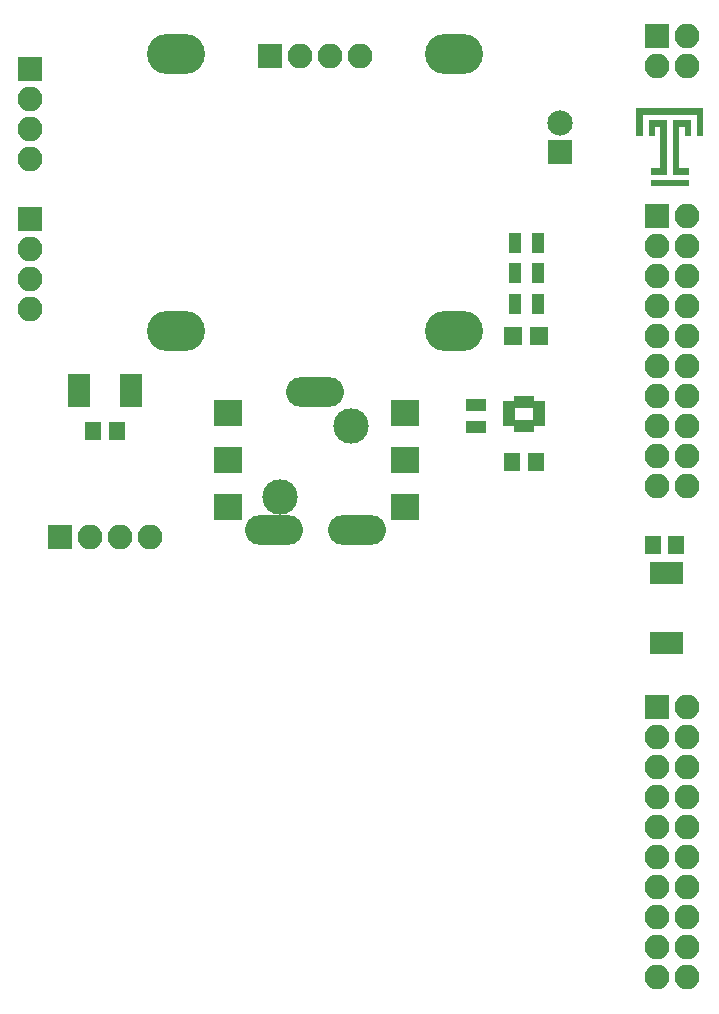
<source format=gbr>
G04 #@! TF.GenerationSoftware,KiCad,Pcbnew,(5.0.0)*
G04 #@! TF.CreationDate,2019-01-20T19:44:52-05:00*
G04 #@! TF.ProjectId,AVR_LCD 2.0,4156525F4C434420322E302E6B696361,rev?*
G04 #@! TF.SameCoordinates,Original*
G04 #@! TF.FileFunction,Soldermask,Top*
G04 #@! TF.FilePolarity,Negative*
%FSLAX46Y46*%
G04 Gerber Fmt 4.6, Leading zero omitted, Abs format (unit mm)*
G04 Created by KiCad (PCBNEW (5.0.0)) date 01/20/19 19:44:52*
%MOMM*%
%LPD*%
G01*
G04 APERTURE LIST*
%ADD10C,0.010000*%
%ADD11O,2.100000X2.100000*%
%ADD12R,2.100000X2.100000*%
%ADD13R,1.400000X1.650000*%
%ADD14R,1.600000X1.600000*%
%ADD15C,2.150000*%
%ADD16R,2.150000X2.150000*%
%ADD17R,1.700000X1.100000*%
%ADD18R,1.100000X1.700000*%
%ADD19R,1.075000X0.650000*%
%ADD20R,0.650000X1.075000*%
%ADD21O,4.900000X3.400000*%
%ADD22R,0.850000X1.850000*%
%ADD23C,3.000000*%
%ADD24O,4.900000X2.500000*%
%ADD25R,2.400000X2.300000*%
%ADD26R,1.850000X0.850000*%
G04 APERTURE END LIST*
D10*
G04 #@! TO.C,G\002A\002A\002A*
G36*
X115108600Y-63485977D02*
X114886350Y-63478638D01*
X114664100Y-63471300D01*
X114650750Y-61680600D01*
X110028600Y-61680600D01*
X110028600Y-63509400D01*
X109546000Y-63509400D01*
X109546000Y-61223400D01*
X115108600Y-61223400D01*
X115108600Y-63485977D01*
X115108600Y-63485977D01*
G37*
X115108600Y-63485977D02*
X114886350Y-63478638D01*
X114664100Y-63471300D01*
X114650750Y-61680600D01*
X110028600Y-61680600D01*
X110028600Y-63509400D01*
X109546000Y-63509400D01*
X109546000Y-61223400D01*
X115108600Y-61223400D01*
X115108600Y-63485977D01*
G36*
X114118000Y-63484000D02*
X113635400Y-63484000D01*
X113635400Y-62722000D01*
X113102000Y-62722000D01*
X113102000Y-66303400D01*
X113502050Y-66303341D01*
X113902100Y-66303283D01*
X113893947Y-66531941D01*
X113885794Y-66760600D01*
X112619400Y-66760600D01*
X112619400Y-62239400D01*
X114118000Y-62239400D01*
X114118000Y-63484000D01*
X114118000Y-63484000D01*
G37*
X114118000Y-63484000D02*
X113635400Y-63484000D01*
X113635400Y-62722000D01*
X113102000Y-62722000D01*
X113102000Y-66303400D01*
X113502050Y-66303341D01*
X113902100Y-66303283D01*
X113893947Y-66531941D01*
X113885794Y-66760600D01*
X112619400Y-66760600D01*
X112619400Y-62239400D01*
X114118000Y-62239400D01*
X114118000Y-63484000D01*
G36*
X112060600Y-66760600D02*
X110790600Y-66760600D01*
X110790600Y-66303400D01*
X111184300Y-66303400D01*
X111342782Y-66302352D01*
X111455965Y-66298918D01*
X111529315Y-66292655D01*
X111568296Y-66283125D01*
X111578508Y-66271650D01*
X111578557Y-66243664D01*
X111578593Y-66169885D01*
X111578619Y-66055322D01*
X111578633Y-65904981D01*
X111578638Y-65723869D01*
X111578634Y-65516995D01*
X111578621Y-65289366D01*
X111578600Y-65045989D01*
X111578572Y-64791871D01*
X111578537Y-64532020D01*
X111578496Y-64271444D01*
X111578451Y-64015150D01*
X111578401Y-63768145D01*
X111578347Y-63535437D01*
X111578290Y-63322033D01*
X111578231Y-63132941D01*
X111578170Y-62973167D01*
X111578109Y-62847721D01*
X111578046Y-62761609D01*
X111578024Y-62741050D01*
X111554368Y-62733220D01*
X111490424Y-62726952D01*
X111396701Y-62722996D01*
X111311961Y-62722000D01*
X111045923Y-62722000D01*
X111038911Y-63109350D01*
X111031900Y-63496700D01*
X110803300Y-63494955D01*
X110574700Y-63493211D01*
X110574700Y-62252100D01*
X112060600Y-62238632D01*
X112060600Y-66760600D01*
X112060600Y-66760600D01*
G37*
X112060600Y-66760600D02*
X110790600Y-66760600D01*
X110790600Y-66303400D01*
X111184300Y-66303400D01*
X111342782Y-66302352D01*
X111455965Y-66298918D01*
X111529315Y-66292655D01*
X111568296Y-66283125D01*
X111578508Y-66271650D01*
X111578557Y-66243664D01*
X111578593Y-66169885D01*
X111578619Y-66055322D01*
X111578633Y-65904981D01*
X111578638Y-65723869D01*
X111578634Y-65516995D01*
X111578621Y-65289366D01*
X111578600Y-65045989D01*
X111578572Y-64791871D01*
X111578537Y-64532020D01*
X111578496Y-64271444D01*
X111578451Y-64015150D01*
X111578401Y-63768145D01*
X111578347Y-63535437D01*
X111578290Y-63322033D01*
X111578231Y-63132941D01*
X111578170Y-62973167D01*
X111578109Y-62847721D01*
X111578046Y-62761609D01*
X111578024Y-62741050D01*
X111554368Y-62733220D01*
X111490424Y-62726952D01*
X111396701Y-62722996D01*
X111311961Y-62722000D01*
X111045923Y-62722000D01*
X111038911Y-63109350D01*
X111031900Y-63496700D01*
X110803300Y-63494955D01*
X110574700Y-63493211D01*
X110574700Y-62252100D01*
X112060600Y-62238632D01*
X112060600Y-66760600D01*
G36*
X112342154Y-67300154D02*
X113893709Y-67306700D01*
X113897904Y-67528958D01*
X113902100Y-67751217D01*
X112346350Y-67751208D01*
X110790600Y-67751200D01*
X110790600Y-67293609D01*
X112342154Y-67300154D01*
X112342154Y-67300154D01*
G37*
X112342154Y-67300154D02*
X113893709Y-67306700D01*
X113897904Y-67528958D01*
X113902100Y-67751217D01*
X112346350Y-67751208D01*
X110790600Y-67751200D01*
X110790600Y-67293609D01*
X112342154Y-67300154D01*
G04 #@! TD*
D11*
G04 #@! TO.C,BreakOut_EXT1*
X113840000Y-134810000D03*
X111300000Y-134810000D03*
X113840000Y-132270000D03*
X111300000Y-132270000D03*
X113840000Y-129730000D03*
X111300000Y-129730000D03*
X113840000Y-127190000D03*
X111300000Y-127190000D03*
X113840000Y-124650000D03*
X111300000Y-124650000D03*
X113840000Y-122110000D03*
X111300000Y-122110000D03*
X113840000Y-119570000D03*
X111300000Y-119570000D03*
X113840000Y-117030000D03*
X111300000Y-117030000D03*
X113840000Y-114490000D03*
X111300000Y-114490000D03*
X113840000Y-111950000D03*
D12*
X111300000Y-111950000D03*
G04 #@! TD*
D13*
G04 #@! TO.C,C1*
X101034000Y-91149500D03*
X99034000Y-91149500D03*
G04 #@! TD*
G04 #@! TO.C,C2*
X65540000Y-88550000D03*
X63540000Y-88550000D03*
G04 #@! TD*
G04 #@! TO.C,C3*
X110924000Y-98207000D03*
X112924000Y-98207000D03*
G04 #@! TD*
D14*
G04 #@! TO.C,D1*
X99125000Y-80464000D03*
X101325000Y-80464000D03*
G04 #@! TD*
D11*
G04 #@! TO.C,J1*
X68320000Y-97500000D03*
X65780000Y-97500000D03*
X63240000Y-97500000D03*
D12*
X60700000Y-97500000D03*
G04 #@! TD*
D11*
G04 #@! TO.C,J2*
X58160000Y-65480000D03*
X58160000Y-62940000D03*
X58160000Y-60400000D03*
D12*
X58160000Y-57860000D03*
G04 #@! TD*
D11*
G04 #@! TO.C,J3*
X113840000Y-57650000D03*
X111300000Y-57650000D03*
X113840000Y-55110000D03*
D12*
X111300000Y-55110000D03*
G04 #@! TD*
G04 #@! TO.C,J4*
X58160000Y-70560000D03*
D11*
X58160000Y-73100000D03*
X58160000Y-75640000D03*
X58160000Y-78180000D03*
G04 #@! TD*
D15*
G04 #@! TO.C,J5*
X103090000Y-62450000D03*
D16*
X103090000Y-64950000D03*
G04 #@! TD*
D17*
G04 #@! TO.C,R1*
X95970500Y-86323500D03*
X95970500Y-88223500D03*
G04 #@! TD*
D18*
G04 #@! TO.C,R2*
X99293000Y-72590000D03*
X101193000Y-72590000D03*
G04 #@! TD*
G04 #@! TO.C,R3*
X101193000Y-75130000D03*
X99293000Y-75130000D03*
G04 #@! TD*
G04 #@! TO.C,R4*
X99293000Y-77797000D03*
X101193000Y-77797000D03*
G04 #@! TD*
D19*
G04 #@! TO.C,U1*
X101304500Y-86323500D03*
X101304500Y-86823500D03*
X101304500Y-87323500D03*
X101304500Y-87823500D03*
X98779500Y-87823500D03*
X98779500Y-87323500D03*
X98779500Y-86823500D03*
X98779500Y-86323500D03*
D20*
X100542000Y-88086000D03*
X100042000Y-88086000D03*
X99542000Y-88086000D03*
X100542000Y-86061000D03*
X99542000Y-86061000D03*
X100042000Y-86061000D03*
G04 #@! TD*
D11*
G04 #@! TO.C,U2*
X86160000Y-56800000D03*
X83620000Y-56800000D03*
X81080000Y-56800000D03*
D12*
X78540000Y-56800000D03*
D21*
X94090000Y-56600000D03*
X70590000Y-56600000D03*
X94090000Y-80100000D03*
X70590000Y-80100000D03*
G04 #@! TD*
D22*
G04 #@! TO.C,U4*
X113042000Y-106491000D03*
X112392000Y-106491000D03*
X111742000Y-106491000D03*
X111092000Y-106491000D03*
X111092000Y-100591000D03*
X111742000Y-100591000D03*
X112392000Y-100591000D03*
X113042000Y-100591000D03*
G04 #@! TD*
D23*
G04 #@! TO.C,U5*
X85390000Y-88100000D03*
X79390000Y-94100000D03*
D24*
X82340000Y-85250000D03*
X85890000Y-96950000D03*
X78840000Y-96950000D03*
D25*
X89940000Y-95000000D03*
X89940000Y-91000000D03*
X89940000Y-87000000D03*
X74940000Y-91000000D03*
X74940000Y-95000000D03*
X74940000Y-87000000D03*
G04 #@! TD*
D12*
G04 #@! TO.C,X-Plained_EXT1*
X111300000Y-70340000D03*
D11*
X113840000Y-70340000D03*
X111300000Y-72880000D03*
X113840000Y-72880000D03*
X111300000Y-75420000D03*
X113840000Y-75420000D03*
X111300000Y-77960000D03*
X113840000Y-77960000D03*
X111300000Y-80500000D03*
X113840000Y-80500000D03*
X111300000Y-83040000D03*
X113840000Y-83040000D03*
X111300000Y-85580000D03*
X113840000Y-85580000D03*
X111300000Y-88120000D03*
X113840000Y-88120000D03*
X111300000Y-90660000D03*
X113840000Y-90660000D03*
X111300000Y-93200000D03*
X113840000Y-93200000D03*
G04 #@! TD*
D26*
G04 #@! TO.C,U3*
X66729000Y-84147000D03*
X66729000Y-84797000D03*
X66729000Y-85447000D03*
X66729000Y-86097000D03*
X62329000Y-86097000D03*
X62329000Y-85447000D03*
X62329000Y-84797000D03*
X62329000Y-84147000D03*
G04 #@! TD*
M02*

</source>
